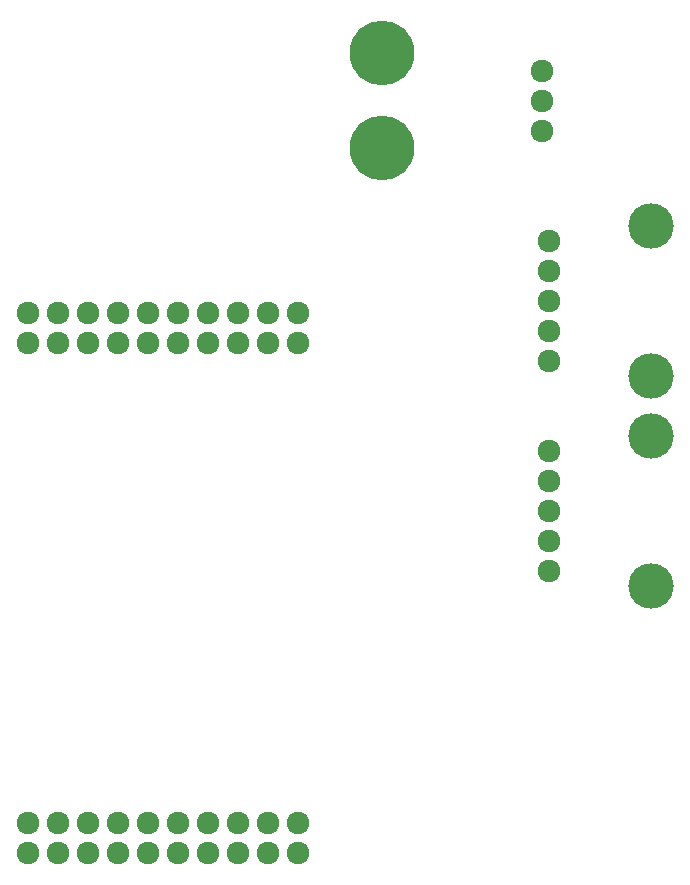
<source format=gbr>
G04 #@! TF.GenerationSoftware,KiCad,Pcbnew,(5.0.0)*
G04 #@! TF.CreationDate,2018-10-03T21:48:04-05:00*
G04 #@! TF.ProjectId,DriveBoard_Hardware,4472697665426F6172645F4861726477,rev?*
G04 #@! TF.SameCoordinates,Original*
G04 #@! TF.FileFunction,Soldermask,Bot*
G04 #@! TF.FilePolarity,Negative*
%FSLAX46Y46*%
G04 Gerber Fmt 4.6, Leading zero omitted, Abs format (unit mm)*
G04 Created by KiCad (PCBNEW (5.0.0)) date 10/03/18 21:48:04*
%MOMM*%
%LPD*%
G01*
G04 APERTURE LIST*
%ADD10C,1.920000*%
%ADD11C,5.480000*%
%ADD12C,1.924000*%
%ADD13C,3.850000*%
G04 APERTURE END LIST*
D10*
G04 #@! TO.C,U1*
X118389001Y-74675001D03*
X115849001Y-74675001D03*
X113309001Y-74675001D03*
X136169001Y-77215001D03*
X133629001Y-77215001D03*
X131089001Y-77215001D03*
X128549001Y-77215001D03*
X126009001Y-77215001D03*
X123469001Y-77215001D03*
X120929001Y-77215001D03*
X118389001Y-77215001D03*
X115849001Y-77215001D03*
X113309001Y-77215001D03*
X136169001Y-120395001D03*
X131089001Y-120395001D03*
X126009001Y-120395001D03*
X123469001Y-120395001D03*
X120929001Y-120395001D03*
X118389001Y-120395001D03*
X115849001Y-120395001D03*
X136169001Y-117855001D03*
X131089001Y-117855001D03*
X120929001Y-117855001D03*
X118389001Y-117855001D03*
X115849001Y-117855001D03*
X113309001Y-117855001D03*
X126009001Y-117855001D03*
X128549001Y-117855001D03*
X133629001Y-120395001D03*
X120929001Y-74675001D03*
X123469001Y-74675001D03*
X133629001Y-117855001D03*
X128549001Y-120395001D03*
X131089001Y-74675001D03*
X128549001Y-74675001D03*
X123469001Y-117855001D03*
X126009001Y-74675001D03*
X133629001Y-74675001D03*
X136169001Y-74675001D03*
X113309001Y-120395001D03*
G04 #@! TD*
D11*
G04 #@! TO.C,Conn1*
X143281400Y-60707000D03*
X143281400Y-52706000D03*
G04 #@! TD*
D12*
G04 #@! TO.C,Conn2*
X157480000Y-68580000D03*
X157480000Y-71120000D03*
X157480000Y-73660000D03*
X157480000Y-76200000D03*
X157480000Y-78740000D03*
D13*
X166116000Y-67310000D03*
X166116000Y-80010000D03*
G04 #@! TD*
G04 #@! TO.C,Conn3*
X166116000Y-97790000D03*
X166116000Y-85090000D03*
D12*
X157480000Y-96520000D03*
X157480000Y-93980000D03*
X157480000Y-91440000D03*
X157480000Y-88900000D03*
X157480000Y-86360000D03*
G04 #@! TD*
G04 #@! TO.C,U3*
X156819600Y-59334400D03*
X156819600Y-56794400D03*
X156819600Y-54254400D03*
G04 #@! TD*
M02*

</source>
